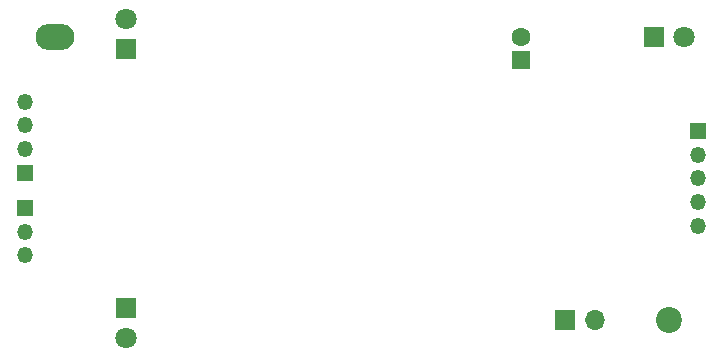
<source format=gbr>
%TF.GenerationSoftware,KiCad,Pcbnew,7.0.1*%
%TF.CreationDate,2023-03-31T12:03:08-04:00*%
%TF.ProjectId,miditerm,6d696469-7465-4726-9d2e-6b696361645f,0.1*%
%TF.SameCoordinates,Original*%
%TF.FileFunction,Soldermask,Bot*%
%TF.FilePolarity,Negative*%
%FSLAX46Y46*%
G04 Gerber Fmt 4.6, Leading zero omitted, Abs format (unit mm)*
G04 Created by KiCad (PCBNEW 7.0.1) date 2023-03-31 12:03:08*
%MOMM*%
%LPD*%
G01*
G04 APERTURE LIST*
%ADD10O,3.300000X2.200000*%
%ADD11R,1.350000X1.350000*%
%ADD12O,1.350000X1.350000*%
%ADD13R,1.600000X1.600000*%
%ADD14C,1.600000*%
%ADD15R,1.800000X1.800000*%
%ADD16C,1.800000*%
%ADD17C,2.200000*%
%ADD18R,1.700000X1.700000*%
%ADD19O,1.700000X1.700000*%
G04 APERTURE END LIST*
D10*
%TO.C,H2*%
X104000000Y-78000000D03*
%TD*%
D11*
%TO.C,J1*%
X158500000Y-86000000D03*
D12*
X158500000Y-88000000D03*
X158500000Y-90000000D03*
X158500000Y-92000000D03*
X158500000Y-94000000D03*
%TD*%
D11*
%TO.C,J2*%
X101500000Y-92500000D03*
D12*
X101500000Y-94500000D03*
X101500000Y-96500000D03*
%TD*%
D13*
%TO.C,C9*%
X143500000Y-80000000D03*
D14*
X143500000Y-78000000D03*
%TD*%
D15*
%TO.C,D4*%
X154725000Y-78000000D03*
D16*
X157265000Y-78000000D03*
%TD*%
D11*
%TO.C,J3*%
X101500000Y-89500000D03*
D12*
X101500000Y-87500000D03*
X101500000Y-85500000D03*
X101500000Y-83500000D03*
%TD*%
D17*
%TO.C,H1*%
X156000000Y-102000000D03*
%TD*%
D15*
%TO.C,D1*%
X110000000Y-79040000D03*
D16*
X110000000Y-76500000D03*
%TD*%
D15*
%TO.C,D2*%
X110000000Y-100960000D03*
D16*
X110000000Y-103500000D03*
%TD*%
D18*
%TO.C,J4*%
X147225000Y-102000000D03*
D19*
X149765000Y-102000000D03*
%TD*%
M02*

</source>
